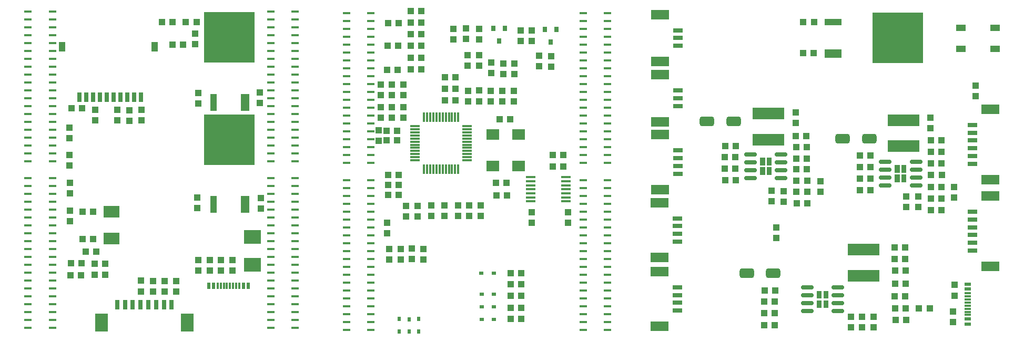
<source format=gbp>
G04*
G04 #@! TF.GenerationSoftware,Altium Limited,Altium Designer,23.6.0 (18)*
G04*
G04 Layer_Color=128*
%FSLAX44Y44*%
%MOMM*%
G71*
G04*
G04 #@! TF.SameCoordinates,A137800D-7D6B-43E2-A44D-125AE26CC9B3*
G04*
G04*
G04 #@! TF.FilePolarity,Positive*
G04*
G01*
G75*
%ADD20R,1.0000X1.1000*%
%ADD21R,1.1000X1.0000*%
%ADD25R,0.5000X0.7000*%
%ADD28R,0.6000X1.1400*%
%ADD29R,0.3000X1.1400*%
%ADD37R,2.6000X1.9000*%
%ADD38R,1.5000X0.8000*%
%ADD39R,3.0000X1.6000*%
G04:AMPARAMS|DCode=120|XSize=1.57mm|YSize=0.41mm|CornerRadius=0.0513mm|HoleSize=0mm|Usage=FLASHONLY|Rotation=0.000|XOffset=0mm|YOffset=0mm|HoleType=Round|Shape=RoundedRectangle|*
%AMROUNDEDRECTD120*
21,1,1.5700,0.3075,0,0,0.0*
21,1,1.4675,0.4100,0,0,0.0*
1,1,0.1025,0.7338,-0.1538*
1,1,0.1025,-0.7338,-0.1538*
1,1,0.1025,-0.7338,0.1538*
1,1,0.1025,0.7338,0.1538*
%
%ADD120ROUNDEDRECTD120*%
%ADD121R,0.7000X0.5000*%
%ADD122R,0.8000X0.9000*%
%ADD123R,1.2000X0.4500*%
%ADD124R,2.0000X1.8000*%
G04:AMPARAMS|DCode=125|XSize=1.56mm|YSize=0.28mm|CornerRadius=0.035mm|HoleSize=0mm|Usage=FLASHONLY|Rotation=0.000|XOffset=0mm|YOffset=0mm|HoleType=Round|Shape=RoundedRectangle|*
%AMROUNDEDRECTD125*
21,1,1.5600,0.2100,0,0,0.0*
21,1,1.4900,0.2800,0,0,0.0*
1,1,0.0700,0.7450,-0.1050*
1,1,0.0700,-0.7450,-0.1050*
1,1,0.0700,-0.7450,0.1050*
1,1,0.0700,0.7450,0.1050*
%
%ADD125ROUNDEDRECTD125*%
G04:AMPARAMS|DCode=126|XSize=1.56mm|YSize=0.28mm|CornerRadius=0.035mm|HoleSize=0mm|Usage=FLASHONLY|Rotation=270.000|XOffset=0mm|YOffset=0mm|HoleType=Round|Shape=RoundedRectangle|*
%AMROUNDEDRECTD126*
21,1,1.5600,0.2100,0,0,270.0*
21,1,1.4900,0.2800,0,0,270.0*
1,1,0.0700,-0.1050,-0.7450*
1,1,0.0700,-0.1050,0.7450*
1,1,0.0700,0.1050,0.7450*
1,1,0.0700,0.1050,-0.7450*
%
%ADD126ROUNDEDRECTD126*%
G04:AMPARAMS|DCode=127|XSize=2.33mm|YSize=1.55mm|CornerRadius=0.3875mm|HoleSize=0mm|Usage=FLASHONLY|Rotation=180.000|XOffset=0mm|YOffset=0mm|HoleType=Round|Shape=RoundedRectangle|*
%AMROUNDEDRECTD127*
21,1,2.3300,0.7750,0,0,180.0*
21,1,1.5550,1.5500,0,0,180.0*
1,1,0.7750,-0.7775,0.3875*
1,1,0.7750,0.7775,0.3875*
1,1,0.7750,0.7775,-0.3875*
1,1,0.7750,-0.7775,-0.3875*
%
%ADD127ROUNDEDRECTD127*%
G04:AMPARAMS|DCode=129|XSize=1.97mm|YSize=0.6mm|CornerRadius=0.162mm|HoleSize=0mm|Usage=FLASHONLY|Rotation=180.000|XOffset=0mm|YOffset=0mm|HoleType=Round|Shape=RoundedRectangle|*
%AMROUNDEDRECTD129*
21,1,1.9700,0.2760,0,0,180.0*
21,1,1.6460,0.6000,0,0,180.0*
1,1,0.3240,-0.8230,0.1380*
1,1,0.3240,0.8230,0.1380*
1,1,0.3240,0.8230,-0.1380*
1,1,0.3240,-0.8230,-0.1380*
%
%ADD129ROUNDEDRECTD129*%
%ADD130R,5.1000X1.9000*%
%ADD131R,1.1400X0.6000*%
%ADD132R,1.1400X0.3000*%
%ADD133R,1.5000X1.0000*%
%ADD134R,8.1300X8.1300*%
%ADD135R,2.7900X0.9900*%
%ADD136R,2.7900X1.4000*%
%ADD137R,8.1300X8.1300*%
%ADD138R,0.9900X2.7900*%
%ADD139R,1.4000X2.7900*%
%ADD140R,1.0000X1.5000*%
%ADD141R,0.7000X1.6000*%
%ADD142R,2.8000X2.2000*%
%ADD143R,0.8000X1.6000*%
%ADD144R,2.1000X3.0000*%
G36*
X1507826Y526854D02*
X1499830D01*
Y539250D01*
X1507826D01*
Y526854D01*
D02*
G37*
G36*
X1518550Y526853D02*
X1510530D01*
Y539250D01*
X1518550D01*
Y526853D01*
D02*
G37*
G36*
X1724646Y514904D02*
X1716650D01*
Y527300D01*
X1724646D01*
Y514904D01*
D02*
G37*
G36*
X1735370Y514903D02*
X1727350D01*
Y527300D01*
X1735370D01*
Y514903D01*
D02*
G37*
G36*
X1507828Y511729D02*
X1499830D01*
Y524150D01*
X1507828D01*
Y511729D01*
D02*
G37*
G36*
X1518553Y511717D02*
X1510530D01*
Y524150D01*
X1518553D01*
Y511717D01*
D02*
G37*
G36*
X1724648Y499779D02*
X1716650D01*
Y512200D01*
X1724648D01*
Y499779D01*
D02*
G37*
G36*
X1735373Y499767D02*
X1727350D01*
Y512200D01*
X1735373D01*
Y499767D01*
D02*
G37*
G36*
X1599146Y312354D02*
X1591150D01*
Y324750D01*
X1599146D01*
Y312354D01*
D02*
G37*
G36*
X1609870Y312353D02*
X1601850D01*
Y324750D01*
X1609870D01*
Y312353D01*
D02*
G37*
G36*
X1599148Y297229D02*
X1591150D01*
Y309650D01*
X1599148D01*
Y297229D01*
D02*
G37*
G36*
X1609873Y297217D02*
X1601850D01*
Y309650D01*
X1609873D01*
Y297217D01*
D02*
G37*
D20*
X1132415Y451238D02*
D03*
Y434238D02*
D03*
X1190415Y451238D02*
D03*
Y434238D02*
D03*
X925415Y657488D02*
D03*
Y640488D02*
D03*
X907415Y657488D02*
D03*
Y640488D02*
D03*
X889415Y657488D02*
D03*
Y640488D02*
D03*
X925665Y620988D02*
D03*
Y603988D02*
D03*
X907415Y621238D02*
D03*
Y604238D02*
D03*
X889415Y621238D02*
D03*
Y604238D02*
D03*
X886165Y583488D02*
D03*
Y566488D02*
D03*
X991665Y462488D02*
D03*
Y445488D02*
D03*
X957665Y375488D02*
D03*
Y392488D02*
D03*
X939415Y375738D02*
D03*
Y392738D02*
D03*
X921165Y375238D02*
D03*
Y392238D02*
D03*
X902415Y374988D02*
D03*
Y391988D02*
D03*
X948415Y461988D02*
D03*
Y444988D02*
D03*
X1047165Y746738D02*
D03*
Y729738D02*
D03*
X1132415Y727238D02*
D03*
Y744238D02*
D03*
X1026665Y730488D02*
D03*
Y747488D02*
D03*
X1029665Y647238D02*
D03*
Y630238D02*
D03*
X1047915Y630488D02*
D03*
Y647488D02*
D03*
X1013415Y462238D02*
D03*
Y445238D02*
D03*
X1084415Y629988D02*
D03*
Y646988D02*
D03*
X1066165Y630238D02*
D03*
Y647238D02*
D03*
X1050165Y462488D02*
D03*
Y445488D02*
D03*
X1031415Y445488D02*
D03*
Y462488D02*
D03*
X1066665Y675988D02*
D03*
Y692988D02*
D03*
X1086165Y674488D02*
D03*
Y691488D02*
D03*
X1104415Y674488D02*
D03*
Y691488D02*
D03*
X1006415Y747238D02*
D03*
Y730238D02*
D03*
X1029165Y687488D02*
D03*
Y704488D02*
D03*
X1114415Y744488D02*
D03*
Y727488D02*
D03*
X1047165Y704488D02*
D03*
Y687488D02*
D03*
X1143915Y686488D02*
D03*
Y703488D02*
D03*
X1163415Y702738D02*
D03*
Y685738D02*
D03*
X899665Y434238D02*
D03*
Y417238D02*
D03*
X1103165Y646738D02*
D03*
Y629738D02*
D03*
X929915Y461988D02*
D03*
Y444988D02*
D03*
X970415Y462488D02*
D03*
Y445488D02*
D03*
X1538000Y485500D02*
D03*
Y468500D02*
D03*
X1557250Y595250D02*
D03*
Y612250D02*
D03*
X1597000Y484250D02*
D03*
Y501250D02*
D03*
X1754500Y459750D02*
D03*
Y476750D02*
D03*
X1774000Y604250D02*
D03*
Y587250D02*
D03*
X1812250Y492000D02*
D03*
Y475000D02*
D03*
X1664250Y282750D02*
D03*
Y265750D02*
D03*
X1518500Y486000D02*
D03*
Y469000D02*
D03*
X1735000Y459750D02*
D03*
Y476750D02*
D03*
X1645750Y283250D02*
D03*
Y266250D02*
D03*
X1682750Y283250D02*
D03*
Y266250D02*
D03*
X1813250Y317250D02*
D03*
Y334250D02*
D03*
X1810500Y291250D02*
D03*
Y274250D02*
D03*
X1847000Y655500D02*
D03*
Y638500D02*
D03*
X1526000Y410250D02*
D03*
Y427250D02*
D03*
X503250Y341000D02*
D03*
Y324000D02*
D03*
X388500Y499000D02*
D03*
Y482000D02*
D03*
X388250Y543750D02*
D03*
Y526750D02*
D03*
X388500Y454250D02*
D03*
Y437250D02*
D03*
X387750Y587750D02*
D03*
Y570750D02*
D03*
X590750Y739250D02*
D03*
Y722250D02*
D03*
X595250Y357500D02*
D03*
Y374500D02*
D03*
X650750Y374750D02*
D03*
Y357750D02*
D03*
X632250Y357500D02*
D03*
Y374500D02*
D03*
X613750Y357250D02*
D03*
Y374250D02*
D03*
X694500Y627750D02*
D03*
Y644750D02*
D03*
X595750Y627000D02*
D03*
Y644000D02*
D03*
X594000Y458000D02*
D03*
Y475000D02*
D03*
X696250Y457750D02*
D03*
Y474750D02*
D03*
X541250Y323500D02*
D03*
Y340500D02*
D03*
X522250Y323750D02*
D03*
Y340750D02*
D03*
X560250Y323750D02*
D03*
Y340750D02*
D03*
X429750Y600000D02*
D03*
Y617000D02*
D03*
X484750Y599000D02*
D03*
Y616000D02*
D03*
X465000Y616250D02*
D03*
Y599250D02*
D03*
X503750D02*
D03*
Y616250D02*
D03*
D21*
X1115665Y353488D02*
D03*
X1098665D02*
D03*
X1115415Y335238D02*
D03*
X1098415D02*
D03*
X1115415Y317238D02*
D03*
X1098415D02*
D03*
X1115165Y279238D02*
D03*
X1098165D02*
D03*
X1115165Y297738D02*
D03*
X1098165D02*
D03*
X1080415Y601488D02*
D03*
X1097415D02*
D03*
X918415Y479738D02*
D03*
X901415D02*
D03*
X992665Y631488D02*
D03*
X1009665D02*
D03*
X992665Y650238D02*
D03*
X1009665D02*
D03*
X992415Y668738D02*
D03*
X1009415D02*
D03*
X899665Y681238D02*
D03*
X916665D02*
D03*
X900415Y719488D02*
D03*
X917415D02*
D03*
X900665Y756488D02*
D03*
X917665D02*
D03*
X1166415Y543488D02*
D03*
X1183415D02*
D03*
X1182915Y524738D02*
D03*
X1165915D02*
D03*
X1074415Y498488D02*
D03*
X1091415D02*
D03*
X1075165Y478988D02*
D03*
X1092165D02*
D03*
X898665Y582488D02*
D03*
X915665D02*
D03*
X898665Y567238D02*
D03*
X915665D02*
D03*
X918415Y511738D02*
D03*
X901415D02*
D03*
X918415Y495238D02*
D03*
X901415D02*
D03*
X954165Y699988D02*
D03*
X937165D02*
D03*
X954165Y738238D02*
D03*
X937165D02*
D03*
X954165Y775488D02*
D03*
X937165D02*
D03*
X954165Y681488D02*
D03*
X937165D02*
D03*
X954165Y719488D02*
D03*
X937165D02*
D03*
X954415Y756738D02*
D03*
X937415D02*
D03*
X1460500Y558250D02*
D03*
X1443500D02*
D03*
X1460250Y521750D02*
D03*
X1443250D02*
D03*
X1575000Y520500D02*
D03*
X1558000D02*
D03*
X1574000Y574250D02*
D03*
X1557000D02*
D03*
X1660750Y542750D02*
D03*
X1677750D02*
D03*
X1660750Y505750D02*
D03*
X1677750D02*
D03*
X1775250Y511500D02*
D03*
X1792250D02*
D03*
X1774750Y567500D02*
D03*
X1791750D02*
D03*
X1507250Y325750D02*
D03*
X1524250D02*
D03*
X1506750Y288500D02*
D03*
X1523750D02*
D03*
X1716500Y395000D02*
D03*
X1733500D02*
D03*
X1772750Y296500D02*
D03*
X1755750D02*
D03*
X1733500Y316250D02*
D03*
X1716500D02*
D03*
X1716750Y376000D02*
D03*
X1733750D02*
D03*
X1585750Y707750D02*
D03*
X1568750D02*
D03*
X1586500Y758000D02*
D03*
X1569500D02*
D03*
X1558750Y466000D02*
D03*
X1575750D02*
D03*
X1558500Y484250D02*
D03*
X1575500D02*
D03*
X1443250Y540000D02*
D03*
X1460250D02*
D03*
X1575500Y502250D02*
D03*
X1558500D02*
D03*
X1557750Y556500D02*
D03*
X1574750D02*
D03*
X1557750Y538250D02*
D03*
X1574750D02*
D03*
X1460500Y503250D02*
D03*
X1443500D02*
D03*
X1791500Y455000D02*
D03*
X1774500D02*
D03*
X1791500Y473750D02*
D03*
X1774500D02*
D03*
X1677250Y524000D02*
D03*
X1660250D02*
D03*
X1774750Y492500D02*
D03*
X1791750D02*
D03*
X1792000Y548500D02*
D03*
X1775000D02*
D03*
X1791750Y530000D02*
D03*
X1774750D02*
D03*
X1660750Y487000D02*
D03*
X1677750D02*
D03*
X1717750Y278000D02*
D03*
X1734750D02*
D03*
X1523500Y307250D02*
D03*
X1506500D02*
D03*
X1734500Y296500D02*
D03*
X1717500D02*
D03*
X1717250Y357250D02*
D03*
X1734250D02*
D03*
X1717250Y336500D02*
D03*
X1734250D02*
D03*
X1506500Y269750D02*
D03*
X1523500D02*
D03*
X554000Y757750D02*
D03*
X537000D02*
D03*
X575500Y758000D02*
D03*
X592500D02*
D03*
X571250Y721250D02*
D03*
X554250D02*
D03*
X390000Y350250D02*
D03*
X407000D02*
D03*
X431000Y388000D02*
D03*
X414000D02*
D03*
X445500Y368750D02*
D03*
X428500D02*
D03*
X428500Y350500D02*
D03*
X445500D02*
D03*
X407500Y369000D02*
D03*
X390500D02*
D03*
X391500Y619500D02*
D03*
X408500D02*
D03*
X426000Y408000D02*
D03*
X409000D02*
D03*
X425750Y452000D02*
D03*
X408750D02*
D03*
D25*
X934665Y258988D02*
D03*
Y278988D02*
D03*
X950165Y259238D02*
D03*
Y279238D02*
D03*
X919165Y259238D02*
D03*
Y279238D02*
D03*
D28*
X612000Y332750D02*
D03*
X620000D02*
D03*
X668000D02*
D03*
X676000D02*
D03*
D29*
X626500D02*
D03*
X631500D02*
D03*
X636500D02*
D03*
X641500D02*
D03*
X661500D02*
D03*
X656500D02*
D03*
X651500D02*
D03*
X646500D02*
D03*
D37*
X455750Y409250D02*
D03*
Y452250D02*
D03*
D38*
X1841750Y529750D02*
D03*
Y542250D02*
D03*
Y554750D02*
D03*
Y567250D02*
D03*
Y579750D02*
D03*
Y592250D02*
D03*
X1367500Y513600D02*
D03*
Y526100D02*
D03*
Y538600D02*
D03*
Y551100D02*
D03*
X1367500Y719750D02*
D03*
Y732250D02*
D03*
Y744750D02*
D03*
Y622750D02*
D03*
Y635250D02*
D03*
Y647750D02*
D03*
X1366750Y404100D02*
D03*
Y416600D02*
D03*
Y429100D02*
D03*
Y441600D02*
D03*
X1367000Y293100D02*
D03*
Y305600D02*
D03*
Y318100D02*
D03*
Y330600D02*
D03*
X1841750Y389750D02*
D03*
Y402250D02*
D03*
Y414750D02*
D03*
Y427250D02*
D03*
Y439750D02*
D03*
Y452250D02*
D03*
D39*
X1870750Y504250D02*
D03*
Y617750D02*
D03*
X1338500Y488100D02*
D03*
Y576600D02*
D03*
X1338500Y694250D02*
D03*
Y770250D02*
D03*
Y597250D02*
D03*
Y673250D02*
D03*
X1337750Y378600D02*
D03*
Y467100D02*
D03*
X1338000Y267600D02*
D03*
Y356100D02*
D03*
X1870750Y364250D02*
D03*
Y477750D02*
D03*
D120*
X1130265Y468988D02*
D03*
Y475488D02*
D03*
Y481988D02*
D03*
Y488488D02*
D03*
Y494988D02*
D03*
Y501488D02*
D03*
Y507988D02*
D03*
X1187665D02*
D03*
Y501488D02*
D03*
Y494988D02*
D03*
Y488488D02*
D03*
Y481988D02*
D03*
Y475488D02*
D03*
Y468988D02*
D03*
D121*
X1051415Y319238D02*
D03*
X1071415D02*
D03*
X1051165Y353238D02*
D03*
X1071165D02*
D03*
X1051415Y278488D02*
D03*
X1071415D02*
D03*
X1051415Y298988D02*
D03*
X1071415D02*
D03*
D122*
X1079665Y727488D02*
D03*
X1089165Y747488D02*
D03*
X1070165D02*
D03*
X1153415Y745988D02*
D03*
X1172415D02*
D03*
X1162915Y725988D02*
D03*
D123*
X1254165Y503288D02*
D03*
Y490588D02*
D03*
Y477888D02*
D03*
Y465188D02*
D03*
Y452488D02*
D03*
Y414388D02*
D03*
Y427088D02*
D03*
Y439788D02*
D03*
Y401688D02*
D03*
Y388988D02*
D03*
Y376288D02*
D03*
Y363588D02*
D03*
Y350888D02*
D03*
Y312788D02*
D03*
Y325488D02*
D03*
Y338188D02*
D03*
Y300088D02*
D03*
Y287388D02*
D03*
Y274688D02*
D03*
Y261988D02*
D03*
X1215165Y503288D02*
D03*
Y490588D02*
D03*
Y477888D02*
D03*
Y465188D02*
D03*
Y452488D02*
D03*
Y414388D02*
D03*
Y427088D02*
D03*
Y439788D02*
D03*
Y401688D02*
D03*
Y388988D02*
D03*
Y376288D02*
D03*
Y363588D02*
D03*
Y350888D02*
D03*
Y312788D02*
D03*
Y325488D02*
D03*
Y338188D02*
D03*
Y300088D02*
D03*
Y287388D02*
D03*
Y274688D02*
D03*
Y261988D02*
D03*
X834165Y262088D02*
D03*
Y274788D02*
D03*
Y287488D02*
D03*
Y300188D02*
D03*
Y338288D02*
D03*
Y325588D02*
D03*
Y312888D02*
D03*
Y350988D02*
D03*
Y363688D02*
D03*
Y376388D02*
D03*
Y389088D02*
D03*
Y401788D02*
D03*
Y439888D02*
D03*
Y427188D02*
D03*
Y414488D02*
D03*
Y452588D02*
D03*
Y465288D02*
D03*
Y477988D02*
D03*
Y490688D02*
D03*
Y503388D02*
D03*
X873165Y262088D02*
D03*
Y274788D02*
D03*
Y287488D02*
D03*
Y300188D02*
D03*
Y338288D02*
D03*
Y325588D02*
D03*
Y312888D02*
D03*
Y350988D02*
D03*
Y363688D02*
D03*
Y376388D02*
D03*
Y389088D02*
D03*
Y401788D02*
D03*
Y439888D02*
D03*
Y427188D02*
D03*
Y414488D02*
D03*
Y452588D02*
D03*
Y465288D02*
D03*
Y477988D02*
D03*
Y490688D02*
D03*
Y503388D02*
D03*
X1215165Y771988D02*
D03*
Y759288D02*
D03*
Y746588D02*
D03*
Y733888D02*
D03*
Y721188D02*
D03*
Y683088D02*
D03*
Y695788D02*
D03*
Y708488D02*
D03*
Y670388D02*
D03*
Y657688D02*
D03*
Y644988D02*
D03*
Y632288D02*
D03*
Y619588D02*
D03*
Y581488D02*
D03*
Y594188D02*
D03*
Y606888D02*
D03*
Y568788D02*
D03*
Y556088D02*
D03*
Y543388D02*
D03*
Y530688D02*
D03*
X1254165Y771988D02*
D03*
Y759288D02*
D03*
Y746588D02*
D03*
Y733888D02*
D03*
Y721188D02*
D03*
Y683088D02*
D03*
Y695788D02*
D03*
Y708488D02*
D03*
Y670388D02*
D03*
Y657688D02*
D03*
Y644988D02*
D03*
Y632288D02*
D03*
Y619588D02*
D03*
Y581488D02*
D03*
Y594188D02*
D03*
Y606888D02*
D03*
Y568788D02*
D03*
Y556088D02*
D03*
Y543388D02*
D03*
Y530688D02*
D03*
X834165D02*
D03*
Y543388D02*
D03*
Y556088D02*
D03*
Y568788D02*
D03*
Y606888D02*
D03*
Y594188D02*
D03*
Y581488D02*
D03*
Y619588D02*
D03*
Y632288D02*
D03*
Y644988D02*
D03*
Y657688D02*
D03*
Y670388D02*
D03*
Y708488D02*
D03*
Y695788D02*
D03*
Y683088D02*
D03*
Y721188D02*
D03*
Y733888D02*
D03*
Y746588D02*
D03*
Y759288D02*
D03*
Y771988D02*
D03*
X873165Y530688D02*
D03*
Y543388D02*
D03*
Y556088D02*
D03*
Y568788D02*
D03*
Y606888D02*
D03*
Y594188D02*
D03*
Y581488D02*
D03*
Y619588D02*
D03*
Y632288D02*
D03*
Y644988D02*
D03*
Y657688D02*
D03*
Y670388D02*
D03*
Y708488D02*
D03*
Y695788D02*
D03*
Y683088D02*
D03*
Y721188D02*
D03*
Y733888D02*
D03*
Y746588D02*
D03*
Y759288D02*
D03*
Y771988D02*
D03*
X360500Y506400D02*
D03*
Y493700D02*
D03*
Y481000D02*
D03*
Y468300D02*
D03*
Y430200D02*
D03*
Y442900D02*
D03*
Y455600D02*
D03*
Y417500D02*
D03*
Y404800D02*
D03*
Y392100D02*
D03*
Y379400D02*
D03*
Y366700D02*
D03*
Y328600D02*
D03*
Y341300D02*
D03*
Y354000D02*
D03*
Y315900D02*
D03*
Y303200D02*
D03*
Y290500D02*
D03*
Y277800D02*
D03*
Y265100D02*
D03*
X321500Y506400D02*
D03*
Y493700D02*
D03*
Y481000D02*
D03*
Y468300D02*
D03*
Y430200D02*
D03*
Y442900D02*
D03*
Y455600D02*
D03*
Y417500D02*
D03*
Y404800D02*
D03*
Y392100D02*
D03*
Y379400D02*
D03*
Y366700D02*
D03*
Y328600D02*
D03*
Y341300D02*
D03*
Y354000D02*
D03*
Y315900D02*
D03*
Y303200D02*
D03*
Y290500D02*
D03*
Y277800D02*
D03*
Y265100D02*
D03*
X751500Y506400D02*
D03*
Y493700D02*
D03*
Y481000D02*
D03*
Y468300D02*
D03*
Y430200D02*
D03*
Y442900D02*
D03*
Y455600D02*
D03*
Y417500D02*
D03*
Y404800D02*
D03*
Y392100D02*
D03*
Y379400D02*
D03*
Y366700D02*
D03*
Y328600D02*
D03*
Y341300D02*
D03*
Y354000D02*
D03*
Y315900D02*
D03*
Y303200D02*
D03*
Y290500D02*
D03*
Y277800D02*
D03*
Y265100D02*
D03*
X712500Y506400D02*
D03*
Y493700D02*
D03*
Y481000D02*
D03*
Y468300D02*
D03*
Y430200D02*
D03*
Y442900D02*
D03*
Y455600D02*
D03*
Y417500D02*
D03*
Y404800D02*
D03*
Y392100D02*
D03*
Y379400D02*
D03*
Y366700D02*
D03*
Y328600D02*
D03*
Y341300D02*
D03*
Y354000D02*
D03*
Y315900D02*
D03*
Y303200D02*
D03*
Y290500D02*
D03*
Y277800D02*
D03*
Y265100D02*
D03*
X360500Y775000D02*
D03*
Y762300D02*
D03*
Y749600D02*
D03*
Y736900D02*
D03*
Y698800D02*
D03*
Y711500D02*
D03*
Y724200D02*
D03*
Y686100D02*
D03*
Y673400D02*
D03*
Y660700D02*
D03*
Y648000D02*
D03*
Y635300D02*
D03*
Y597200D02*
D03*
Y609900D02*
D03*
Y622600D02*
D03*
Y584500D02*
D03*
Y571800D02*
D03*
Y559100D02*
D03*
Y546400D02*
D03*
Y533700D02*
D03*
X321500Y775000D02*
D03*
Y762300D02*
D03*
Y749600D02*
D03*
Y736900D02*
D03*
Y698800D02*
D03*
Y711500D02*
D03*
Y724200D02*
D03*
Y686100D02*
D03*
Y673400D02*
D03*
Y660700D02*
D03*
Y648000D02*
D03*
Y635300D02*
D03*
Y597200D02*
D03*
Y609900D02*
D03*
Y622600D02*
D03*
Y584500D02*
D03*
Y571800D02*
D03*
Y559100D02*
D03*
Y546400D02*
D03*
Y533700D02*
D03*
X751500Y775000D02*
D03*
Y762300D02*
D03*
Y749600D02*
D03*
Y736900D02*
D03*
Y698800D02*
D03*
Y711500D02*
D03*
Y724200D02*
D03*
Y686100D02*
D03*
Y673400D02*
D03*
Y660700D02*
D03*
Y648000D02*
D03*
Y635300D02*
D03*
Y597200D02*
D03*
Y609900D02*
D03*
Y622600D02*
D03*
Y584500D02*
D03*
Y571800D02*
D03*
Y559100D02*
D03*
Y546400D02*
D03*
Y533700D02*
D03*
X712500Y775000D02*
D03*
Y762300D02*
D03*
Y749600D02*
D03*
Y736900D02*
D03*
Y698800D02*
D03*
Y711500D02*
D03*
Y724200D02*
D03*
Y686100D02*
D03*
Y673400D02*
D03*
Y660700D02*
D03*
Y648000D02*
D03*
Y635300D02*
D03*
Y597200D02*
D03*
Y609900D02*
D03*
Y622600D02*
D03*
Y584500D02*
D03*
Y571800D02*
D03*
Y559100D02*
D03*
Y546400D02*
D03*
Y533700D02*
D03*
D124*
X1069165Y525838D02*
D03*
X1111165D02*
D03*
X1069165Y576638D02*
D03*
X1111165D02*
D03*
D125*
X1028215Y535238D02*
D03*
Y540238D02*
D03*
Y545238D02*
D03*
Y550238D02*
D03*
Y555238D02*
D03*
Y560238D02*
D03*
Y565238D02*
D03*
Y570238D02*
D03*
Y575238D02*
D03*
Y580238D02*
D03*
Y585238D02*
D03*
Y590238D02*
D03*
X944615D02*
D03*
Y585238D02*
D03*
Y580238D02*
D03*
Y575238D02*
D03*
Y570238D02*
D03*
Y565238D02*
D03*
Y560238D02*
D03*
Y555238D02*
D03*
Y550238D02*
D03*
Y545238D02*
D03*
Y540238D02*
D03*
Y535238D02*
D03*
D126*
X958915Y520938D02*
D03*
X963915D02*
D03*
X968915D02*
D03*
X973915D02*
D03*
X978915D02*
D03*
X983915D02*
D03*
X988915D02*
D03*
X993915D02*
D03*
X998915D02*
D03*
X1003915D02*
D03*
X1008915D02*
D03*
X1013915D02*
D03*
Y604538D02*
D03*
X1008915D02*
D03*
X1003915D02*
D03*
X998915D02*
D03*
X993915D02*
D03*
X988915D02*
D03*
X983915D02*
D03*
X978915D02*
D03*
X973915D02*
D03*
X968915D02*
D03*
X963915D02*
D03*
X958915D02*
D03*
D127*
X1457250Y598000D02*
D03*
X1414550D02*
D03*
X1632800Y570000D02*
D03*
X1675500D02*
D03*
X1521100Y353250D02*
D03*
X1478400D02*
D03*
D129*
X1484430Y544550D02*
D03*
Y531850D02*
D03*
Y519150D02*
D03*
Y506450D02*
D03*
X1533930D02*
D03*
Y519150D02*
D03*
Y531850D02*
D03*
Y544550D02*
D03*
X1701250Y532600D02*
D03*
Y519900D02*
D03*
Y507200D02*
D03*
Y494500D02*
D03*
X1750750D02*
D03*
Y507200D02*
D03*
Y519900D02*
D03*
Y532600D02*
D03*
X1575750Y330050D02*
D03*
Y317350D02*
D03*
Y304650D02*
D03*
Y291950D02*
D03*
X1625250D02*
D03*
Y304650D02*
D03*
Y317350D02*
D03*
Y330050D02*
D03*
D130*
X1513000Y610250D02*
D03*
Y568250D02*
D03*
X1731000Y558000D02*
D03*
Y600000D02*
D03*
X1666250Y349250D02*
D03*
Y391250D02*
D03*
D131*
X1834500Y271500D02*
D03*
Y279500D02*
D03*
Y327500D02*
D03*
Y335500D02*
D03*
D132*
Y286000D02*
D03*
Y291000D02*
D03*
Y296000D02*
D03*
Y301000D02*
D03*
Y321000D02*
D03*
Y316000D02*
D03*
Y311000D02*
D03*
Y306000D02*
D03*
D133*
X1878000Y749000D02*
D03*
X1823000D02*
D03*
X1878000Y715000D02*
D03*
X1823000D02*
D03*
D134*
X1721250Y732750D02*
D03*
D135*
X1617050Y758150D02*
D03*
D136*
Y707350D02*
D03*
D137*
X645000Y733000D02*
D03*
X645171Y568479D02*
D03*
D138*
X619600Y628800D02*
D03*
X619771Y464279D02*
D03*
D139*
X670400Y628800D02*
D03*
X670571Y464279D02*
D03*
D140*
X376250Y718250D02*
D03*
X524750D02*
D03*
D141*
X502750Y637000D02*
D03*
X491750D02*
D03*
X414750D02*
D03*
X425750D02*
D03*
X436750D02*
D03*
X447750D02*
D03*
X458750D02*
D03*
X469750D02*
D03*
X480750D02*
D03*
X403750D02*
D03*
D142*
X682250Y366500D02*
D03*
Y411500D02*
D03*
D143*
X552500Y302500D02*
D03*
X540000D02*
D03*
X527500D02*
D03*
X515000D02*
D03*
X502500D02*
D03*
X490000D02*
D03*
X477500D02*
D03*
X465000D02*
D03*
D144*
X578000Y273500D02*
D03*
X439500D02*
D03*
M02*

</source>
